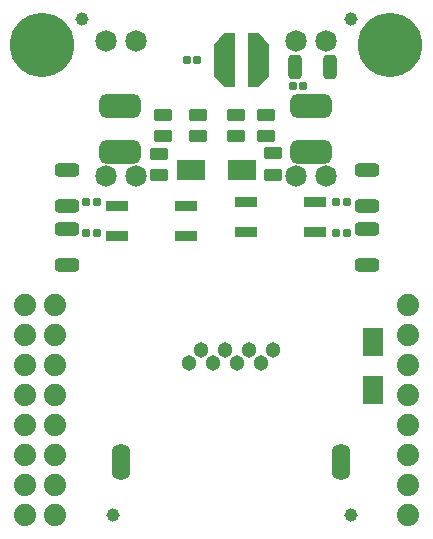
<source format=gbs>
G04*
G04 #@! TF.GenerationSoftware,Altium Limited,Altium Designer,21.7.2 (23)*
G04*
G04 Layer_Color=16711935*
%FSLAX25Y25*%
%MOIN*%
G70*
G04*
G04 #@! TF.SameCoordinates,CC107787-991B-443C-84B7-B8317AFA6C2B*
G04*
G04*
G04 #@! TF.FilePolarity,Negative*
G04*
G01*
G75*
G04:AMPARAMS|DCode=28|XSize=43.37mil|YSize=82.74mil|CornerRadius=11.84mil|HoleSize=0mil|Usage=FLASHONLY|Rotation=270.000|XOffset=0mil|YOffset=0mil|HoleType=Round|Shape=RoundedRectangle|*
%AMROUNDEDRECTD28*
21,1,0.04337,0.05906,0,0,270.0*
21,1,0.01968,0.08274,0,0,270.0*
1,1,0.02368,-0.02953,-0.00984*
1,1,0.02368,-0.02953,0.00984*
1,1,0.02368,0.02953,0.00984*
1,1,0.02368,0.02953,-0.00984*
%
%ADD28ROUNDEDRECTD28*%
G04:AMPARAMS|DCode=31|XSize=28.74mil|YSize=26.77mil|CornerRadius=7.91mil|HoleSize=0mil|Usage=FLASHONLY|Rotation=180.000|XOffset=0mil|YOffset=0mil|HoleType=Round|Shape=RoundedRectangle|*
%AMROUNDEDRECTD31*
21,1,0.02874,0.01096,0,0,180.0*
21,1,0.01293,0.02677,0,0,180.0*
1,1,0.01581,-0.00647,0.00548*
1,1,0.01581,0.00647,0.00548*
1,1,0.01581,0.00647,-0.00548*
1,1,0.01581,-0.00647,-0.00548*
%
%ADD31ROUNDEDRECTD31*%
G04:AMPARAMS|DCode=32|XSize=43.37mil|YSize=43.37mil|CornerRadius=21.69mil|HoleSize=0mil|Usage=FLASHONLY|Rotation=0.000|XOffset=0mil|YOffset=0mil|HoleType=Round|Shape=RoundedRectangle|*
%AMROUNDEDRECTD32*
21,1,0.04337,0.00000,0,0,0.0*
21,1,0.00000,0.04337,0,0,0.0*
1,1,0.04337,0.00000,0.00000*
1,1,0.04337,0.00000,0.00000*
1,1,0.04337,0.00000,0.00000*
1,1,0.04337,0.00000,0.00000*
%
%ADD32ROUNDEDRECTD32*%
%ADD33C,0.21400*%
%ADD34C,0.07400*%
%ADD35O,0.06306X0.12211*%
%ADD36C,0.05124*%
%ADD37C,0.07191*%
%ADD60R,0.07487X0.03746*%
G04:AMPARAMS|DCode=61|XSize=42.98mil|YSize=61.87mil|CornerRadius=11.94mil|HoleSize=0mil|Usage=FLASHONLY|Rotation=270.000|XOffset=0mil|YOffset=0mil|HoleType=Round|Shape=RoundedRectangle|*
%AMROUNDEDRECTD61*
21,1,0.04298,0.03800,0,0,270.0*
21,1,0.01910,0.06187,0,0,270.0*
1,1,0.02388,-0.01900,-0.00955*
1,1,0.02388,-0.01900,0.00955*
1,1,0.02388,0.01900,0.00955*
1,1,0.02388,0.01900,-0.00955*
%
%ADD61ROUNDEDRECTD61*%
G04:AMPARAMS|DCode=62|XSize=25.59mil|YSize=26.77mil|CornerRadius=7.49mil|HoleSize=0mil|Usage=FLASHONLY|Rotation=180.000|XOffset=0mil|YOffset=0mil|HoleType=Round|Shape=RoundedRectangle|*
%AMROUNDEDRECTD62*
21,1,0.02559,0.01179,0,0,180.0*
21,1,0.01061,0.02677,0,0,180.0*
1,1,0.01498,-0.00531,0.00590*
1,1,0.01498,0.00531,0.00590*
1,1,0.01498,0.00531,-0.00590*
1,1,0.01498,-0.00531,-0.00590*
%
%ADD62ROUNDEDRECTD62*%
%ADD63R,0.09652X0.06502*%
%ADD64R,0.06699X0.09258*%
G04:AMPARAMS|DCode=65|XSize=78.8mil|YSize=137.86mil|CornerRadius=20.7mil|HoleSize=0mil|Usage=FLASHONLY|Rotation=90.000|XOffset=0mil|YOffset=0mil|HoleType=Round|Shape=RoundedRectangle|*
%AMROUNDEDRECTD65*
21,1,0.07880,0.09646,0,0,90.0*
21,1,0.03740,0.13786,0,0,90.0*
1,1,0.04140,0.04823,0.01870*
1,1,0.04140,0.04823,-0.01870*
1,1,0.04140,-0.04823,-0.01870*
1,1,0.04140,-0.04823,0.01870*
%
%ADD65ROUNDEDRECTD65*%
G04:AMPARAMS|DCode=66|XSize=43.37mil|YSize=82.74mil|CornerRadius=11.84mil|HoleSize=0mil|Usage=FLASHONLY|Rotation=0.000|XOffset=0mil|YOffset=0mil|HoleType=Round|Shape=RoundedRectangle|*
%AMROUNDEDRECTD66*
21,1,0.04337,0.05906,0,0,0.0*
21,1,0.01968,0.08274,0,0,0.0*
1,1,0.02368,0.00984,-0.02953*
1,1,0.02368,-0.00984,-0.02953*
1,1,0.02368,-0.00984,0.02953*
1,1,0.02368,0.00984,0.02953*
%
%ADD66ROUNDEDRECTD66*%
G36*
X72455Y166874D02*
X69091Y162992D01*
Y152756D01*
X72455Y148874D01*
X76177D01*
Y166874D01*
X72455D01*
D02*
G37*
G36*
X84230D02*
X80508D01*
Y148874D01*
X84230D01*
X87595Y152756D01*
Y162992D01*
X84230Y166874D01*
D02*
G37*
D28*
X20076Y89763D02*
D03*
Y101574D02*
D03*
Y109449D02*
D03*
Y121260D02*
D03*
X120076D02*
D03*
Y109449D02*
D03*
Y101574D02*
D03*
Y89763D02*
D03*
D31*
X60084Y157900D02*
D03*
X63509D02*
D03*
X98953Y149213D02*
D03*
X95528D02*
D03*
D32*
X25194Y171654D02*
D03*
X35430Y6299D02*
D03*
X114958D02*
D03*
X114957Y171653D02*
D03*
D33*
X127997Y163000D02*
D03*
X11997D02*
D03*
D34*
X16296Y6299D02*
D03*
Y16299D02*
D03*
Y26299D02*
D03*
Y36299D02*
D03*
Y46299D02*
D03*
Y56299D02*
D03*
Y66299D02*
D03*
Y76299D02*
D03*
X133855Y6299D02*
D03*
Y16299D02*
D03*
Y26299D02*
D03*
Y36299D02*
D03*
Y46299D02*
D03*
Y56299D02*
D03*
Y66299D02*
D03*
Y76299D02*
D03*
X6296Y6299D02*
D03*
Y16299D02*
D03*
Y26299D02*
D03*
Y36299D02*
D03*
Y46299D02*
D03*
Y56299D02*
D03*
Y66299D02*
D03*
Y76299D02*
D03*
D35*
X111615Y24015D02*
D03*
X38229D02*
D03*
D36*
X60863Y57086D02*
D03*
X64879Y61418D02*
D03*
X68894Y57086D02*
D03*
X72910Y61418D02*
D03*
X76926Y57086D02*
D03*
X80941Y61418D02*
D03*
X84957Y57086D02*
D03*
X88973Y61418D02*
D03*
D37*
X106690Y119370D02*
D03*
X96690D02*
D03*
X43265D02*
D03*
X33265D02*
D03*
Y164173D02*
D03*
X43265D02*
D03*
X96690D02*
D03*
X106690D02*
D03*
D60*
X59839Y99212D02*
D03*
Y109212D02*
D03*
X36807D02*
D03*
Y99212D02*
D03*
X102852Y110512D02*
D03*
Y100512D02*
D03*
X79820D02*
D03*
Y110512D02*
D03*
D61*
X76508Y132610D02*
D03*
Y139814D02*
D03*
X50697Y126702D02*
D03*
Y119498D02*
D03*
X52178Y139769D02*
D03*
Y132564D02*
D03*
X63997Y132610D02*
D03*
Y139814D02*
D03*
X88797Y127002D02*
D03*
Y119798D02*
D03*
X86413Y139814D02*
D03*
Y132610D02*
D03*
D62*
X26473Y110630D02*
D03*
X30213D02*
D03*
X113678D02*
D03*
X109938D02*
D03*
X113678Y100394D02*
D03*
X109938D02*
D03*
X26473D02*
D03*
X30213D02*
D03*
D63*
X78541Y121260D02*
D03*
X61611D02*
D03*
D64*
X122044Y63977D02*
D03*
Y47835D02*
D03*
D65*
X37792Y127362D02*
D03*
Y142716D02*
D03*
X101572D02*
D03*
Y127362D02*
D03*
D66*
X96061Y155512D02*
D03*
X107871D02*
D03*
M02*

</source>
